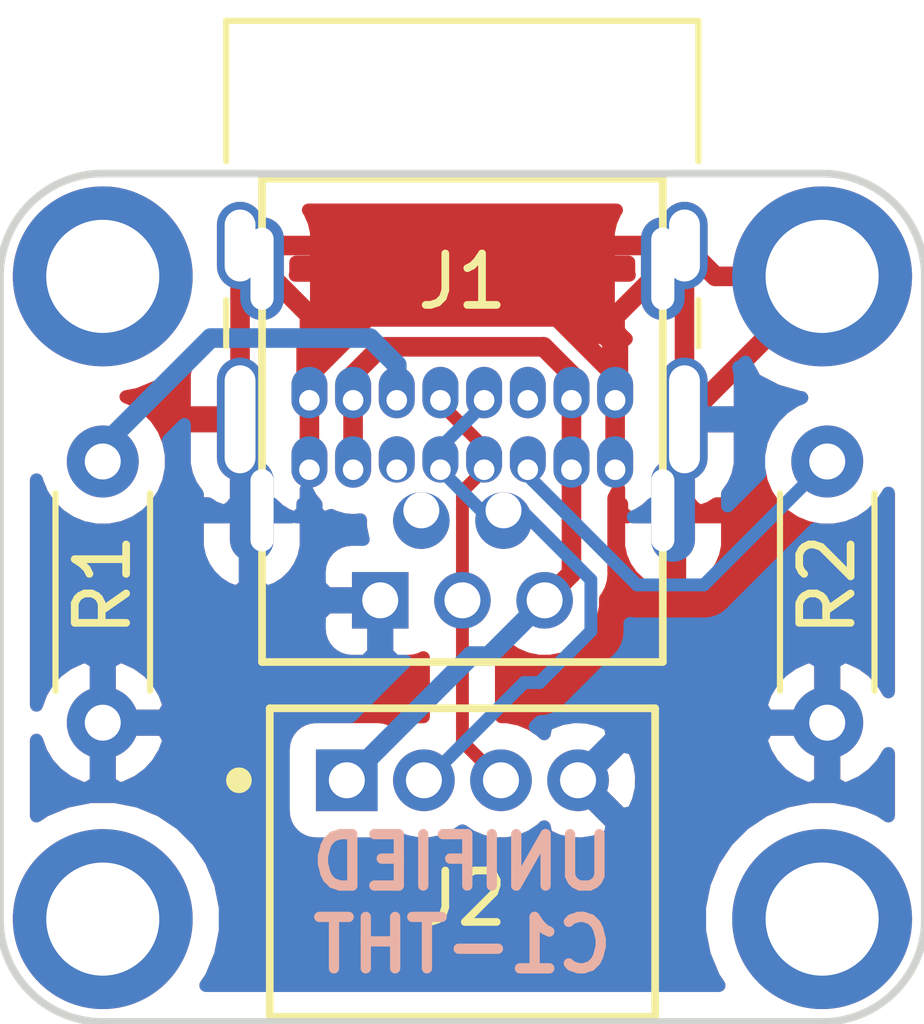
<source format=kicad_pcb>
(kicad_pcb (version 20171130) (host pcbnew "(5.1.10-1-10_14)")

  (general
    (thickness 1.6)
    (drawings 20)
    (tracks 61)
    (zones 0)
    (modules 8)
    (nets 7)
  )

  (page A4)
  (layers
    (0 F.Cu signal)
    (31 B.Cu signal)
    (32 B.Adhes user)
    (33 F.Adhes user)
    (34 B.Paste user)
    (35 F.Paste user)
    (36 B.SilkS user)
    (37 F.SilkS user)
    (38 B.Mask user)
    (39 F.Mask user)
    (40 Dwgs.User user hide)
    (41 Cmts.User user)
    (42 Eco1.User user)
    (43 Eco2.User user)
    (44 Edge.Cuts user hide)
    (45 Margin user)
    (46 B.CrtYd user)
    (47 F.CrtYd user)
    (48 B.Fab user)
    (49 F.Fab user hide)
  )

  (setup
    (last_trace_width 0.381)
    (user_trace_width 0.25)
    (user_trace_width 0.381)
    (trace_clearance 0.2)
    (zone_clearance 0.508)
    (zone_45_only no)
    (trace_min 0.2)
    (via_size 0.8)
    (via_drill 0.4)
    (via_min_size 0.4)
    (via_min_drill 0.3)
    (uvia_size 0.3)
    (uvia_drill 0.1)
    (uvias_allowed no)
    (uvia_min_size 0.2)
    (uvia_min_drill 0.1)
    (edge_width 0.15)
    (segment_width 0.0001)
    (pcb_text_width 0.3)
    (pcb_text_size 1.5 1.5)
    (mod_edge_width 0.15)
    (mod_text_size 1 1)
    (mod_text_width 0.15)
    (pad_size 1.2 1.2)
    (pad_drill 0.7)
    (pad_to_mask_clearance 0.051)
    (solder_mask_min_width 0.25)
    (aux_axis_origin 0 0)
    (visible_elements 7FFFFFFF)
    (pcbplotparams
      (layerselection 0x010fc_ffffffff)
      (usegerberextensions true)
      (usegerberattributes false)
      (usegerberadvancedattributes false)
      (creategerberjobfile false)
      (excludeedgelayer true)
      (linewidth 0.100000)
      (plotframeref false)
      (viasonmask false)
      (mode 1)
      (useauxorigin false)
      (hpglpennumber 1)
      (hpglpenspeed 20)
      (hpglpendiameter 15.000000)
      (psnegative false)
      (psa4output false)
      (plotreference true)
      (plotvalue true)
      (plotinvisibletext false)
      (padsonsilk false)
      (subtractmaskfromsilk true)
      (outputformat 1)
      (mirror false)
      (drillshape 0)
      (scaleselection 1)
      (outputdirectory "Position"))
  )

  (net 0 "")
  (net 1 GND)
  (net 2 D+)
  (net 3 VCC)
  (net 4 D-)
  (net 5 "Net-(J1-PadB5)")
  (net 6 "Net-(J1-PadA5)")

  (net_class Default "This is the default net class."
    (clearance 0.2)
    (trace_width 0.25)
    (via_dia 0.8)
    (via_drill 0.4)
    (uvia_dia 0.3)
    (uvia_drill 0.1)
  )

  (net_class Power ""
    (clearance 0.2)
    (trace_width 0.381)
    (via_dia 0.8)
    (via_drill 0.4)
    (uvia_dia 0.3)
    (uvia_drill 0.1)
    (add_net D+)
    (add_net D-)
    (add_net GND)
    (add_net "Net-(J1-PadA5)")
    (add_net "Net-(J1-PadB5)")
    (add_net "Net-(MH1-Pad1)")
    (add_net "Net-(MH3-Pad1)")
    (add_net "Net-(MH4-Pad1)")
    (add_net VCC)
  )

  (module UnifiedDaughterboard:USB_Hybrid (layer F.Cu) (tedit 6169C055) (tstamp 6169BCE4)
    (at 159.972 104.56 180)
    (descr "USB 2.0 Type C Receptacle, https://gct.co/Files/Drawings/USB4085.pdf")
    (tags "USB Type-C Receptacle Through-hole Right angle")
    (path /5C91AF59)
    (fp_text reference J1 (at 2.972 3.66) (layer F.SilkS)
      (effects (font (size 1 1) (thickness 0.15)))
    )
    (fp_text value HRO-TYPE-C-31-M-12 (at 0 1.15 180) (layer Dwgs.User) hide
      (effects (font (size 1 1) (thickness 0.15)))
    )
    (fp_text user %R (at 0 -9.25 180) (layer F.Fab)
      (effects (font (size 1 1) (thickness 0.15)))
    )
    (fp_text user "PCB Edge" (at 2.975 6.1) (layer Dwgs.User)
      (effects (font (size 0.5 0.5) (thickness 0.1)))
    )
    (fp_line (start -1.5 -0.56) (end 7.45 -0.56) (layer F.Fab) (width 0.1))
    (fp_line (start -1.5 8.61) (end 7.45 8.61) (layer F.Fab) (width 0.1))
    (fp_line (start -1.62 8.73) (end 7.57 8.73) (layer F.SilkS) (width 0.12))
    (fp_line (start -1.5 -0.56) (end -1.5 8.61) (layer F.Fab) (width 0.1))
    (fp_line (start 7.45 -0.56) (end 7.45 8.61) (layer F.Fab) (width 0.1))
    (fp_line (start 7.57 6) (end 7.57 8.73) (layer F.SilkS) (width 0.12))
    (fp_line (start -1.62 6) (end -1.62 8.73) (layer F.SilkS) (width 0.12))
    (fp_line (start 7.57 2.4) (end 7.57 3.3) (layer F.SilkS) (width 0.12))
    (fp_line (start -1.62 2.4) (end -1.62 3.3) (layer F.SilkS) (width 0.12))
    (fp_line (start -2.3 -2.032) (end -2.3 9.11) (layer F.CrtYd) (width 0.05))
    (fp_line (start -2.3 9.11) (end 8.25 9.11) (layer F.CrtYd) (width 0.05))
    (fp_line (start -2.3 -2.032) (end -1.428 -2.032) (layer F.CrtYd) (width 0.05))
    (fp_line (start 8.25 -2.032) (end 8.25 9.11) (layer F.CrtYd) (width 0.05))
    (fp_line (start -0.025 6.1) (end 5.975 6.1) (layer F.Fab) (width 0.1))
    (fp_line (start -0.928 -3.74) (end -0.928 5.66) (layer F.SilkS) (width 0.15))
    (fp_line (start 5.272 -3.44) (end 4.572 -2.74) (layer F.Fab) (width 0.15))
    (fp_line (start 4.572 -2.74) (end 3.872 -3.44) (layer F.Fab) (width 0.15))
    (fp_line (start 7.372 -2.032) (end 8.25 -2.032) (layer F.CrtYd) (width 0.05))
    (fp_line (start 6.872 5.66) (end -0.928 5.66) (layer F.SilkS) (width 0.15))
    (fp_line (start 6.572 -3.44) (end 6.572 5.36) (layer F.Fab) (width 0.15))
    (fp_line (start -0.628 5.36) (end -0.628 -3.44) (layer F.Fab) (width 0.15))
    (fp_line (start -0.628 5.36) (end 6.572 5.36) (layer F.Fab) (width 0.15))
    (fp_line (start 3.872 -3.44) (end -0.628 -3.44) (layer F.Fab) (width 0.15))
    (fp_line (start 6.872 -3.74) (end -0.928 -3.74) (layer F.SilkS) (width 0.15))
    (fp_line (start 6.572 -3.44) (end 5.272 -3.44) (layer F.Fab) (width 0.15))
    (fp_line (start 7.372 -4.04) (end -1.428 -4.04) (layer F.CrtYd) (width 0.05))
    (fp_line (start -1.428 -4.04) (end -1.428 -2.032) (layer F.CrtYd) (width 0.05))
    (fp_line (start 7.372 -2.032) (end 7.372 -4.04) (layer F.CrtYd) (width 0.05))
    (fp_line (start 6.872 5.66) (end 6.872 -3.74) (layer F.SilkS) (width 0.15))
    (pad A6 thru_hole circle (at 2.972 -2.54) (size 1.1 1.1) (drill 0.7) (layers *.Cu *.Mask)
      (net 2 D+))
    (pad "" thru_hole oval (at 3.772 -0.79) (size 1.1 1.1) (drill 0.7 (offset 0 0.2)) (layers *.Cu *.Mask)
      (clearance 0.14))
    (pad A4 thru_hole circle (at 1.372 -2.54) (size 1.1 1.1) (drill 0.7) (layers *.Cu *.Mask)
      (net 3 VCC))
    (pad A1 thru_hole rect (at 4.572 -2.54) (size 1.1 1.1) (drill 0.7) (layers *.Cu *.Mask)
      (net 1 GND))
    (pad S1 thru_hole oval (at 6.872 -0.79) (size 0.85 2) (drill oval 0.45 1.6 (offset -0.2 0)) (layers *.Cu *.Mask)
      (net 1 GND))
    (pad A7 thru_hole oval (at 2.172 -0.79) (size 1.1 1.1) (drill 0.7 (offset 0 0.2)) (layers *.Cu *.Mask)
      (net 4 D-) (clearance 0.14) (zone_connect 0))
    (pad S1 thru_hole oval (at -0.928 3.91) (size 0.85 2) (drill oval 0.45 1.6) (layers *.Cu *.Mask)
      (net 1 GND))
    (pad S1 thru_hole oval (at 6.872 3.91) (size 0.85 2) (drill oval 0.45 1.6) (layers *.Cu *.Mask)
      (net 1 GND))
    (pad S1 thru_hole oval (at -0.928 -0.79) (size 0.85 2) (drill oval 0.45 1.6 (offset 0.2 0)) (layers *.Cu *.Mask)
      (net 1 GND))
    (pad S1 thru_hole oval (at 7.3 4.36 180) (size 0.9 1.7) (drill oval 0.6 1.4) (layers *.Cu *.Mask)
      (net 1 GND))
    (pad S1 thru_hole oval (at -1.35 4.36 180) (size 0.9 1.7) (drill oval 0.6 1.4) (layers *.Cu *.Mask)
      (net 1 GND))
    (pad S1 thru_hole oval (at 7.3 0.98 180) (size 0.9 2.4) (drill oval 0.6 2.1) (layers *.Cu *.Mask)
      (net 1 GND))
    (pad S1 thru_hole oval (at -1.35 0.98 180) (size 0.9 2.4) (drill oval 0.6 2.1) (layers *.Cu *.Mask)
      (net 1 GND))
    (pad B6 thru_hole oval (at 3.4 1.35 180) (size 0.7 1) (drill 0.4 (offset 0 0.15)) (layers *.Cu *.Mask)
      (net 2 D+) (clearance 0.07))
    (pad B1 thru_hole oval (at 5.95 1.35 180) (size 0.7 1) (drill 0.4 (offset 0 0.15)) (layers *.Cu *.Mask)
      (net 1 GND) (clearance 0.07))
    (pad B4 thru_hole oval (at 5.1 1.35 180) (size 0.7 1) (drill 0.4 (offset 0 0.15)) (layers *.Cu *.Mask)
      (net 3 VCC) (clearance 0.07))
    (pad B5 thru_hole oval (at 4.25 1.35 180) (size 0.7 1) (drill 0.4 (offset 0 0.15)) (layers *.Cu *.Mask)
      (net 5 "Net-(J1-PadB5)") (clearance 0.07))
    (pad B12 thru_hole oval (at 0 1.35 180) (size 0.7 1) (drill 0.4 (offset 0 0.15)) (layers *.Cu *.Mask)
      (net 1 GND) (clearance 0.07))
    (pad B8 thru_hole oval (at 1.7 1.35 180) (size 0.7 1) (drill 0.4 (offset 0 0.15)) (layers *.Cu *.Mask)
      (clearance 0.07))
    (pad B7 thru_hole oval (at 2.55 1.35 180) (size 0.7 1) (drill 0.4 (offset 0 0.15)) (layers *.Cu *.Mask)
      (net 4 D-) (clearance 0.07))
    (pad B9 thru_hole oval (at 0.85 1.35 180) (size 0.7 1) (drill 0.4 (offset 0 0.15)) (layers *.Cu *.Mask)
      (net 3 VCC) (clearance 0.07))
    (pad A12 thru_hole oval (at 5.95 0 180) (size 0.7 1) (drill 0.4 (offset 0 0.15)) (layers *.Cu *.Mask)
      (net 1 GND) (clearance 0.07))
    (pad A9 thru_hole oval (at 5.1 0 180) (size 0.7 1) (drill 0.4 (offset 0 0.15)) (layers *.Cu *.Mask)
      (net 3 VCC) (clearance 0.07))
    (pad A8 thru_hole oval (at 4.25 0 180) (size 0.7 0.9) (drill 0.4 (offset 0 0.2)) (layers *.Cu *.Mask)
      (clearance 0.07))
    (pad A7 thru_hole oval (at 3.4 0 180) (size 0.7 0.9) (drill 0.4 (offset 0 0.2)) (layers *.Cu *.Mask)
      (net 4 D-) (clearance 0.07))
    (pad A6 thru_hole oval (at 2.55 0 180) (size 0.7 0.9) (drill 0.4 (offset 0 0.2)) (layers *.Cu *.Mask)
      (net 2 D+) (clearance 0.07))
    (pad A5 thru_hole oval (at 1.7 0 180) (size 0.7 0.9) (drill 0.4 (offset 0 0.2)) (layers *.Cu *.Mask)
      (net 6 "Net-(J1-PadA5)") (clearance 0.07))
    (pad A4 thru_hole oval (at 0.85 0 180) (size 0.7 1) (drill 0.4 (offset 0 0.15)) (layers *.Cu *.Mask)
      (net 3 VCC) (clearance 0.07))
    (pad A1 thru_hole oval (at 0 0 180) (size 0.7 1) (drill 0.4 (offset 0 0.15)) (layers *.Cu *.Mask)
      (net 1 GND) (clearance 0.07))
    (model ${KISYS3DMOD}/Connector_USB.3dshapes/USB_C_Receptacle_GCT_USB4085.wrl
      (at (xyz 0 0 0))
      (scale (xyz 1 1 1))
      (rotate (xyz 0 0 0))
    )
  )

  (module UnifiedDaughterboard:JST-S4B-ZRLFSN-0-0-MFG (layer F.Cu) (tedit 6169C365) (tstamp 6145542D)
    (at 157 112.2)
    (path /5C91AFCB)
    (fp_text reference J2 (at 0 0.7) (layer F.SilkS)
      (effects (font (size 1 1) (thickness 0.15)))
    )
    (fp_text value Conn_01x04 (at 3.75 2.7) (layer F.Fab)
      (effects (font (size 1 1) (thickness 0.15)))
    )
    (fp_line (start -3.75 3) (end -3.75 -3) (layer F.Fab) (width 0.15))
    (fp_line (start -3.75 -3) (end 3.75 -3) (layer F.Fab) (width 0.15))
    (fp_line (start 3.75 -3) (end 3.75 3) (layer F.Fab) (width 0.15))
    (fp_line (start 3.75 3) (end -3.75 3) (layer F.Fab) (width 0.15))
    (fp_line (start 3.775 -3.025) (end 3.775 -3.025) (layer F.CrtYd) (width 0.15))
    (fp_line (start 3.775 -3.025) (end -3.775 -3.025) (layer F.CrtYd) (width 0.15))
    (fp_line (start -3.775 -3.025) (end -3.775 3.025) (layer F.CrtYd) (width 0.15))
    (fp_line (start -3.775 3.025) (end 3.775 3.025) (layer F.CrtYd) (width 0.15))
    (fp_line (start 3.775 3.025) (end 3.775 -3.025) (layer F.CrtYd) (width 0.15))
    (fp_line (start -3.75 -3) (end 3.75 -3) (layer F.SilkS) (width 0.15))
    (fp_line (start 3.75 3) (end 3.75 -3) (layer F.SilkS) (width 0.15))
    (fp_line (start -3.75 3) (end 3.75 3) (layer F.SilkS) (width 0.15))
    (fp_line (start -3.75 3) (end -3.75 -3) (layer F.SilkS) (width 0.15))
    (fp_circle (center -4.35 -1.6) (end -4.225 -1.6) (layer F.SilkS) (width 0.25))
    (fp_text user %R (at 3.75 -2.6) (layer F.Fab)
      (effects (font (size 1 1) (thickness 0.15)))
    )
    (pad 4 thru_hole circle (at 2.25 -1.6) (size 1.2 1.2) (drill 0.7) (layers *.Cu *.Mask)
      (net 1 GND))
    (pad 3 thru_hole circle (at 0.75 -1.6) (size 1.2 1.2) (drill 0.7) (layers *.Cu *.Mask)
      (net 2 D+))
    (pad 2 thru_hole circle (at -0.75 -1.6) (size 1.2 1.2) (drill 0.7) (layers *.Cu *.Mask)
      (net 4 D-))
    (pad 1 thru_hole rect (at -2.25 -1.6) (size 1.2 1.2) (drill 0.7) (layers *.Cu *.Mask)
      (net 3 VCC))
  )

  (module Resistor_THT:R_Axial_DIN0204_L3.6mm_D1.6mm_P5.08mm_Horizontal (layer F.Cu) (tedit 5AE5139B) (tstamp 614566E1)
    (at 150 104.4 270)
    (descr "Resistor, Axial_DIN0204 series, Axial, Horizontal, pin pitch=5.08mm, 0.167W, length*diameter=3.6*1.6mm^2, http://cdn-reichelt.de/documents/datenblatt/B400/1_4W%23YAG.pdf")
    (tags "Resistor Axial_DIN0204 series Axial Horizontal pin pitch 5.08mm 0.167W length 3.6mm diameter 1.6mm")
    (path /5C91B042)
    (fp_text reference R1 (at 2.4 0 90) (layer F.SilkS)
      (effects (font (size 1 1) (thickness 0.15)))
    )
    (fp_text value 5.1k (at 0 1.5 270) (layer F.Fab)
      (effects (font (size 1 1) (thickness 0.15)))
    )
    (fp_line (start 0.74 -0.8) (end 0.74 0.8) (layer F.Fab) (width 0.1))
    (fp_line (start 0.74 0.8) (end 4.34 0.8) (layer F.Fab) (width 0.1))
    (fp_line (start 4.34 0.8) (end 4.34 -0.8) (layer F.Fab) (width 0.1))
    (fp_line (start 4.34 -0.8) (end 0.74 -0.8) (layer F.Fab) (width 0.1))
    (fp_line (start 0 0) (end 0.74 0) (layer F.Fab) (width 0.1))
    (fp_line (start 5.08 0) (end 4.34 0) (layer F.Fab) (width 0.1))
    (fp_line (start 0.62 -0.92) (end 4.46 -0.92) (layer F.SilkS) (width 0.12))
    (fp_line (start 0.62 0.92) (end 4.46 0.92) (layer F.SilkS) (width 0.12))
    (fp_line (start -0.95 -1.05) (end -0.95 1.05) (layer F.CrtYd) (width 0.05))
    (fp_line (start -0.95 1.05) (end 6.03 1.05) (layer F.CrtYd) (width 0.05))
    (fp_line (start 6.03 1.05) (end 6.03 -1.05) (layer F.CrtYd) (width 0.05))
    (fp_line (start 6.03 -1.05) (end -0.95 -1.05) (layer F.CrtYd) (width 0.05))
    (fp_text user %R (at 0 0 270) (layer F.Fab)
      (effects (font (size 0.4 0.4) (thickness 0.075)))
    )
    (pad 2 thru_hole oval (at 5.08 0 270) (size 1.4 1.4) (drill 0.7) (layers *.Cu *.Mask)
      (net 1 GND))
    (pad 1 thru_hole circle (at 0 0 270) (size 1.4 1.4) (drill 0.7) (layers *.Cu *.Mask)
      (net 5 "Net-(J1-PadB5)"))
    (model ${KISYS3DMOD}/Resistor_THT.3dshapes/R_Axial_DIN0204_L3.6mm_D1.6mm_P5.08mm_Horizontal.wrl
      (at (xyz 0 0 0))
      (scale (xyz 1 1 1))
      (rotate (xyz 0 0 0))
    )
  )

  (module Resistor_THT:R_Axial_DIN0204_L3.6mm_D1.6mm_P5.08mm_Horizontal (layer F.Cu) (tedit 5AE5139B) (tstamp 5C91B372)
    (at 164.1 104.4 270)
    (descr "Resistor, Axial_DIN0204 series, Axial, Horizontal, pin pitch=5.08mm, 0.167W, length*diameter=3.6*1.6mm^2, http://cdn-reichelt.de/documents/datenblatt/B400/1_4W%23YAG.pdf")
    (tags "Resistor Axial_DIN0204 series Axial Horizontal pin pitch 5.08mm 0.167W length 3.6mm diameter 1.6mm")
    (path /5C91B0D9)
    (fp_text reference R2 (at 2.4 0 270) (layer F.SilkS)
      (effects (font (size 1 1) (thickness 0.15)))
    )
    (fp_text value 5.1k (at 0 1.5 270) (layer F.Fab)
      (effects (font (size 1 1) (thickness 0.15)))
    )
    (fp_line (start 0.74 -0.8) (end 0.74 0.8) (layer F.Fab) (width 0.1))
    (fp_line (start 0.74 0.8) (end 4.34 0.8) (layer F.Fab) (width 0.1))
    (fp_line (start 4.34 0.8) (end 4.34 -0.8) (layer F.Fab) (width 0.1))
    (fp_line (start 4.34 -0.8) (end 0.74 -0.8) (layer F.Fab) (width 0.1))
    (fp_line (start 0 0) (end 0.74 0) (layer F.Fab) (width 0.1))
    (fp_line (start 5.08 0) (end 4.34 0) (layer F.Fab) (width 0.1))
    (fp_line (start 0.62 -0.92) (end 4.46 -0.92) (layer F.SilkS) (width 0.12))
    (fp_line (start 0.62 0.92) (end 4.46 0.92) (layer F.SilkS) (width 0.12))
    (fp_line (start -0.95 -1.05) (end -0.95 1.05) (layer F.CrtYd) (width 0.05))
    (fp_line (start -0.95 1.05) (end 6.03 1.05) (layer F.CrtYd) (width 0.05))
    (fp_line (start 6.03 1.05) (end 6.03 -1.05) (layer F.CrtYd) (width 0.05))
    (fp_line (start 6.03 -1.05) (end -0.95 -1.05) (layer F.CrtYd) (width 0.05))
    (fp_text user %R (at 0 0 270) (layer F.Fab)
      (effects (font (size 0.4 0.4) (thickness 0.075)))
    )
    (pad 2 thru_hole oval (at 5.08 0 270) (size 1.4 1.4) (drill 0.7) (layers *.Cu *.Mask)
      (net 1 GND))
    (pad 1 thru_hole circle (at 0 0 270) (size 1.4 1.4) (drill 0.7) (layers *.Cu *.Mask)
      (net 6 "Net-(J1-PadA5)"))
    (model ${KISYS3DMOD}/Resistor_THT.3dshapes/R_Axial_DIN0204_L3.6mm_D1.6mm_P5.08mm_Horizontal.wrl
      (at (xyz 0 0 0))
      (scale (xyz 1 1 1))
      (rotate (xyz 0 0 0))
    )
  )

  (module random-keyboard-parts:Generic-Mounthole (layer F.Cu) (tedit 61439018) (tstamp 5C91B6FC)
    (at 150 100.8)
    (path /5C91EC0E)
    (attr virtual)
    (fp_text reference MH1 (at 0 2) (layer Dwgs.User)
      (effects (font (size 1 1) (thickness 0.15)))
    )
    (fp_text value Mount-M2 (at 0 -2) (layer Dwgs.User) hide
      (effects (font (size 1 1) (thickness 0.15)))
    )
    (pad 1 thru_hole circle (at 0 0) (size 3.5 3.5) (drill 2.2) (layers *.Cu *.Mask))
  )

  (module random-keyboard-parts:Generic-Mounthole (layer F.Cu) (tedit 5C91B17B) (tstamp 5C91B700)
    (at 164 100.8)
    (path /5C91EC94)
    (attr virtual)
    (fp_text reference MH2 (at 0 2) (layer Dwgs.User)
      (effects (font (size 1 1) (thickness 0.15)))
    )
    (fp_text value Mount-M2 (at 0 -2) (layer Dwgs.User) hide
      (effects (font (size 1 1) (thickness 0.15)))
    )
    (pad 1 thru_hole circle (at 0 0) (size 3.5 3.5) (drill 2.2) (layers *.Cu *.Mask)
      (net 1 GND))
  )

  (module random-keyboard-parts:Generic-Mounthole (layer F.Cu) (tedit 61439022) (tstamp 5C91B704)
    (at 150 113.3)
    (path /5C91ECC0)
    (attr virtual)
    (fp_text reference MH3 (at 0 2) (layer Dwgs.User)
      (effects (font (size 1 1) (thickness 0.15)))
    )
    (fp_text value Mount-M2 (at 0 -2) (layer Dwgs.User) hide
      (effects (font (size 1 1) (thickness 0.15)))
    )
    (pad 1 thru_hole circle (at 0 0) (size 3.5 3.5) (drill 2.2) (layers *.Cu *.Mask))
  )

  (module random-keyboard-parts:Generic-Mounthole (layer F.Cu) (tedit 61439029) (tstamp 5C91B708)
    (at 164 113.3)
    (path /5C91ECE4)
    (attr virtual)
    (fp_text reference MH4 (at 0 2) (layer Dwgs.User)
      (effects (font (size 1 1) (thickness 0.15)))
    )
    (fp_text value Mount-M2 (at 0 -2) (layer Dwgs.User) hide
      (effects (font (size 1 1) (thickness 0.15)))
    )
    (pad 1 thru_hole circle (at 0 0) (size 3.5 3.5) (drill 2.2) (layers *.Cu *.Mask))
  )

  (gr_line (start 159 109.3) (end 159 110.8) (layer F.CrtYd) (width 0.05))
  (gr_line (start 155 109.3) (end 159 109.3) (layer F.CrtYd) (width 0.05))
  (gr_line (start 155 110.8) (end 155 109.3) (layer F.CrtYd) (width 0.05))
  (gr_line (start 154 114.8) (end 154 110.8) (layer F.CrtYd) (width 0.05) (tstamp 5D66894A))
  (gr_line (start 160 114.8) (end 154 114.8) (layer F.CrtYd) (width 0.05))
  (gr_line (start 160 110.8) (end 160 114.8) (layer F.CrtYd) (width 0.05))
  (gr_line (start 154 110.8) (end 160 110.8) (layer F.CrtYd) (width 0.05))
  (gr_text "UNIFIED\nC1-THT" (at 157 113) (layer B.SilkS) (tstamp 61455759)
    (effects (font (size 1 1) (thickness 0.2)) (justify mirror))
  )
  (dimension 14 (width 0.3) (layer Dwgs.User)
    (gr_text "14.000 mm" (at 157 89.200001) (layer Dwgs.User)
      (effects (font (size 1.5 1.5) (thickness 0.3)))
    )
    (feature1 (pts (xy 150 98.8) (xy 150 90.71358)))
    (feature2 (pts (xy 164 98.8) (xy 164 90.71358)))
    (crossbar (pts (xy 164 91.300001) (xy 150 91.300001)))
    (arrow1a (pts (xy 150 91.300001) (xy 151.126504 90.71358)))
    (arrow1b (pts (xy 150 91.300001) (xy 151.126504 91.886422)))
    (arrow2a (pts (xy 164 91.300001) (xy 162.873496 90.71358)))
    (arrow2b (pts (xy 164 91.300001) (xy 162.873496 91.886422)))
  )
  (dimension 12.5 (width 0.3) (layer Dwgs.User)
    (gr_text "12.500 mm" (at 178.6 107.05 270) (layer Dwgs.User)
      (effects (font (size 1.5 1.5) (thickness 0.3)))
    )
    (feature1 (pts (xy 166 113.3) (xy 177.086421 113.3)))
    (feature2 (pts (xy 166 100.8) (xy 177.086421 100.8)))
    (crossbar (pts (xy 176.5 100.8) (xy 176.5 113.3)))
    (arrow1a (pts (xy 176.5 113.3) (xy 175.913579 112.173496)))
    (arrow1b (pts (xy 176.5 113.3) (xy 177.086421 112.173496)))
    (arrow2a (pts (xy 176.5 100.8) (xy 175.913579 101.926504)))
    (arrow2b (pts (xy 176.5 100.8) (xy 177.086421 101.926504)))
  )
  (gr_arc (start 164 113.3) (end 164 115.3) (angle -90) (layer Edge.Cuts) (width 0.15))
  (gr_arc (start 150 113.3) (end 148 113.3) (angle -90) (layer Edge.Cuts) (width 0.15))
  (gr_line (start 148 113.3) (end 148 100.8) (layer Edge.Cuts) (width 0.15))
  (gr_line (start 164 115.3) (end 150 115.3) (layer Edge.Cuts) (width 0.15))
  (gr_line (start 166 100.8) (end 166 113.3) (layer Edge.Cuts) (width 0.15))
  (gr_line (start 150 98.8) (end 164 98.8) (layer Edge.Cuts) (width 0.15))
  (gr_arc (start 150 100.8) (end 150 98.8) (angle -90) (layer Edge.Cuts) (width 0.15))
  (gr_arc (start 164 100.8) (end 166 100.8) (angle -90) (layer Edge.Cuts) (width 0.15))
  (dimension 16.5 (width 0.3) (layer Dwgs.User)
    (gr_text "16.500 mm" (at 182.6 107.05 270) (layer Dwgs.User)
      (effects (font (size 1.5 1.5) (thickness 0.3)))
    )
    (feature1 (pts (xy 166 115.3) (xy 181.086421 115.3)))
    (feature2 (pts (xy 166 98.8) (xy 181.086421 98.8)))
    (crossbar (pts (xy 180.5 98.8) (xy 180.5 115.3)))
    (arrow1a (pts (xy 180.5 115.3) (xy 179.913579 114.173496)))
    (arrow1b (pts (xy 180.5 115.3) (xy 181.086421 114.173496)))
    (arrow2a (pts (xy 180.5 98.8) (xy 179.913579 99.926504)))
    (arrow2b (pts (xy 180.5 98.8) (xy 181.086421 99.926504)))
  )
  (dimension 18 (width 0.3) (layer Dwgs.User)
    (gr_text "18.000 mm" (at 157 82.7) (layer Dwgs.User)
      (effects (font (size 1.5 1.5) (thickness 0.3)))
    )
    (feature1 (pts (xy 166 98.8) (xy 166 84.213579)))
    (feature2 (pts (xy 148 98.8) (xy 148 84.213579)))
    (crossbar (pts (xy 148 84.8) (xy 166 84.8)))
    (arrow1a (pts (xy 166 84.8) (xy 164.873496 85.386421)))
    (arrow1b (pts (xy 166 84.8) (xy 164.873496 84.213579)))
    (arrow2a (pts (xy 148 84.8) (xy 149.126504 85.386421)))
    (arrow2b (pts (xy 148 84.8) (xy 149.126504 84.213579)))
  )

  (segment (start 156.57 104.335) (end 156.57 104.57) (width 0.25) (layer B.Cu) (net 4))
  (segment (start 156.575 105.425) (end 156.575 105.66) (width 0.25) (layer F.Cu) (net 0))
  (segment (start 159.972 104.56) (end 159.972 103.21) (width 0.381) (layer F.Cu) (net 1))
  (segment (start 154.022 104.56) (end 154.022 103.21) (width 0.381) (layer F.Cu) (net 1))
  (segment (start 154.022 102.712761) (end 154.022 103.21) (width 0.381) (layer F.Cu) (net 1))
  (segment (start 155.14628 101.588481) (end 154.022 102.712761) (width 0.381) (layer F.Cu) (net 1))
  (segment (start 159.972 102.712761) (end 158.84772 101.588481) (width 0.381) (layer F.Cu) (net 1))
  (segment (start 158.84772 101.588481) (end 155.14628 101.588481) (width 0.381) (layer F.Cu) (net 1))
  (segment (start 159.972 103.21) (end 159.972 102.712761) (width 0.381) (layer F.Cu) (net 1))
  (segment (start 154.022 101.55) (end 152.672 100.2) (width 0.381) (layer F.Cu) (net 1))
  (segment (start 154.022 103.21) (end 154.022 101.55) (width 0.381) (layer F.Cu) (net 1))
  (segment (start 159.972 101.578) (end 160.9 100.65) (width 0.381) (layer F.Cu) (net 1))
  (segment (start 159.972 103.21) (end 159.972 101.578) (width 0.381) (layer F.Cu) (net 1))
  (segment (start 152.672 100.2) (end 161.322 100.2) (width 0.381) (layer F.Cu) (net 1))
  (segment (start 161.322 100.2) (end 161.322 103.58) (width 0.381) (layer F.Cu) (net 1))
  (segment (start 152.672 103.58) (end 152.672 100.2) (width 0.381) (layer F.Cu) (net 1))
  (segment (start 164 100.902) (end 161.322 103.58) (width 0.381) (layer F.Cu) (net 1))
  (segment (start 164 100.8) (end 164 100.902) (width 0.381) (layer F.Cu) (net 1))
  (segment (start 161.922 100.8) (end 161.322 100.2) (width 0.381) (layer F.Cu) (net 1))
  (segment (start 164 100.8) (end 161.922 100.8) (width 0.381) (layer F.Cu) (net 1))
  (segment (start 157.42 104.335) (end 157.42 104.58) (width 0.25) (layer F.Cu) (net 2))
  (segment (start 157 109.85) (end 157.75 110.6) (width 0.25) (layer F.Cu) (net 2))
  (segment (start 157 107.1) (end 157 109.85) (width 0.25) (layer F.Cu) (net 2))
  (segment (start 157 104.982) (end 157.422 104.56) (width 0.25) (layer F.Cu) (net 2))
  (segment (start 157 107.1) (end 157 104.982) (width 0.25) (layer F.Cu) (net 2))
  (segment (start 157.422 104.122) (end 156.572 103.272) (width 0.25) (layer F.Cu) (net 2))
  (segment (start 156.572 103.272) (end 156.572 103.21) (width 0.25) (layer F.Cu) (net 2))
  (segment (start 157.422 104.56) (end 157.422 104.122) (width 0.25) (layer F.Cu) (net 2))
  (segment (start 159.122 106.578) (end 159.122 104.56) (width 0.381) (layer F.Cu) (net 3))
  (segment (start 158.6 107.1) (end 159.122 106.578) (width 0.381) (layer F.Cu) (net 3))
  (segment (start 159.122 104.56) (end 159.122 103.21) (width 0.381) (layer F.Cu) (net 3))
  (segment (start 154.872 102.712761) (end 154.872 103.21) (width 0.381) (layer F.Cu) (net 3))
  (segment (start 155.415271 102.16949) (end 154.872 102.712761) (width 0.381) (layer F.Cu) (net 3))
  (segment (start 158.578729 102.16949) (end 155.415271 102.16949) (width 0.381) (layer F.Cu) (net 3))
  (segment (start 159.122 102.712761) (end 158.578729 102.16949) (width 0.381) (layer F.Cu) (net 3))
  (segment (start 159.122 103.21) (end 159.122 102.712761) (width 0.381) (layer F.Cu) (net 3))
  (segment (start 154.872 103.21) (end 154.872 104.56) (width 0.381) (layer F.Cu) (net 3))
  (segment (start 157.515509 108.184491) (end 158.6 107.1) (width 0.381) (layer B.Cu) (net 3))
  (segment (start 157.165509 108.184491) (end 157.515509 108.184491) (width 0.381) (layer B.Cu) (net 3))
  (segment (start 154.75 110.6) (end 157.165509 108.184491) (width 0.381) (layer B.Cu) (net 3))
  (segment (start 157.362 105.35) (end 156.572 104.56) (width 0.25) (layer B.Cu) (net 4))
  (segment (start 157.8 105.35) (end 157.362 105.35) (width 0.25) (layer B.Cu) (net 4))
  (segment (start 156.572 104.128) (end 157.422 103.278) (width 0.25) (layer B.Cu) (net 4))
  (segment (start 157.422 103.278) (end 157.422 103.21) (width 0.25) (layer B.Cu) (net 4))
  (segment (start 156.572 104.56) (end 156.572 104.128) (width 0.25) (layer B.Cu) (net 4))
  (segment (start 158.15 105.35) (end 157.8 105.35) (width 0.25) (layer B.Cu) (net 4))
  (segment (start 159.5 106.7) (end 158.15 105.35) (width 0.25) (layer B.Cu) (net 4))
  (segment (start 158.5 108.7) (end 159.5 107.7) (width 0.25) (layer B.Cu) (net 4))
  (segment (start 159.5 107.7) (end 159.5 106.7) (width 0.25) (layer B.Cu) (net 4))
  (segment (start 158.2 108.7) (end 158.5 108.7) (width 0.25) (layer B.Cu) (net 4))
  (segment (start 156.3 110.6) (end 158.2 108.7) (width 0.25) (layer B.Cu) (net 4))
  (segment (start 156.25 110.6) (end 156.3 110.6) (width 0.25) (layer B.Cu) (net 4))
  (segment (start 155.722 103.21) (end 155.722 102.522) (width 0.381) (layer B.Cu) (net 5))
  (segment (start 155.722 102.522) (end 155.2 102) (width 0.381) (layer B.Cu) (net 5))
  (segment (start 155.2 102) (end 152.1 102) (width 0.381) (layer B.Cu) (net 5))
  (segment (start 150 104.1) (end 150 104.4) (width 0.381) (layer B.Cu) (net 5))
  (segment (start 152.1 102) (end 150 104.1) (width 0.381) (layer B.Cu) (net 5))
  (segment (start 158.272 104.56) (end 158.272 104.672) (width 0.25) (layer B.Cu) (net 6))
  (segment (start 158.272 104.672) (end 160.4 106.8) (width 0.25) (layer B.Cu) (net 6))
  (segment (start 161.7 106.8) (end 164.1 104.4) (width 0.25) (layer B.Cu) (net 6))
  (segment (start 160.4 106.8) (end 161.7 106.8) (width 0.25) (layer B.Cu) (net 6))

  (zone (net 1) (net_name GND) (layer F.Cu) (tstamp 5C91C208) (hatch edge 0.508)
    (connect_pads (clearance 0.508))
    (min_thickness 0.254)
    (fill yes (arc_segments 32) (thermal_gap 0.508) (thermal_bridge_width 0.508))
    (polygon
      (pts
        (xy 148 98.7) (xy 148 115.25) (xy 166 115.35) (xy 166 98.8)
      )
    )
    (filled_polygon
      (pts
        (xy 162.696073 102.810766) (xy 163.113409 103.026513) (xy 163.564815 103.156696) (xy 163.604892 103.160088) (xy 163.467641 103.216939)
        (xy 163.248987 103.363038) (xy 163.063038 103.548987) (xy 162.916939 103.767641) (xy 162.816304 104.010595) (xy 162.765 104.268514)
        (xy 162.765 104.531486) (xy 162.816304 104.789405) (xy 162.916939 105.032359) (xy 163.063038 105.251013) (xy 163.248987 105.436962)
        (xy 163.467641 105.583061) (xy 163.710595 105.683696) (xy 163.968514 105.735) (xy 164.231486 105.735) (xy 164.489405 105.683696)
        (xy 164.732359 105.583061) (xy 164.951013 105.436962) (xy 165.136962 105.251013) (xy 165.283061 105.032359) (xy 165.29 105.015606)
        (xy 165.290001 108.879767) (xy 165.166759 108.67734) (xy 164.98967 108.484649) (xy 164.778392 108.330208) (xy 164.541044 108.219953)
        (xy 164.433329 108.187284) (xy 164.227 108.310626) (xy 164.227 109.353) (xy 164.247 109.353) (xy 164.247 109.607)
        (xy 164.227 109.607) (xy 164.227 110.649374) (xy 164.433329 110.772716) (xy 164.541044 110.740047) (xy 164.778392 110.629792)
        (xy 164.98967 110.475351) (xy 165.166759 110.28266) (xy 165.290001 110.080233) (xy 165.290001 111.293536) (xy 165.129721 111.18644)
        (xy 164.695679 111.006654) (xy 164.234902 110.915) (xy 163.765098 110.915) (xy 163.304321 111.006654) (xy 162.870279 111.18644)
        (xy 162.479651 111.44745) (xy 162.14745 111.779651) (xy 161.88644 112.170279) (xy 161.706654 112.604321) (xy 161.615 113.065098)
        (xy 161.615 113.534902) (xy 161.706654 113.995679) (xy 161.88644 114.429721) (xy 161.993535 114.59) (xy 152.006465 114.59)
        (xy 152.11356 114.429721) (xy 152.293346 113.995679) (xy 152.385 113.534902) (xy 152.385 113.065098) (xy 152.293346 112.604321)
        (xy 152.11356 112.170279) (xy 151.85255 111.779651) (xy 151.520349 111.44745) (xy 151.129721 111.18644) (xy 150.695679 111.006654)
        (xy 150.234902 110.915) (xy 149.765098 110.915) (xy 149.304321 111.006654) (xy 148.870279 111.18644) (xy 148.71 111.293535)
        (xy 148.71 109.820775) (xy 148.797147 110.059123) (xy 148.933241 110.28266) (xy 149.11033 110.475351) (xy 149.321608 110.629792)
        (xy 149.558956 110.740047) (xy 149.666671 110.772716) (xy 149.873 110.649374) (xy 149.873 109.607) (xy 150.127 109.607)
        (xy 150.127 110.649374) (xy 150.333329 110.772716) (xy 150.441044 110.740047) (xy 150.678392 110.629792) (xy 150.88967 110.475351)
        (xy 151.066759 110.28266) (xy 151.202853 110.059123) (xy 151.292722 109.81333) (xy 151.170201 109.607) (xy 150.127 109.607)
        (xy 149.873 109.607) (xy 149.853 109.607) (xy 149.853 109.353) (xy 149.873 109.353) (xy 149.873 108.310626)
        (xy 150.127 108.310626) (xy 150.127 109.353) (xy 151.170201 109.353) (xy 151.292722 109.14667) (xy 151.202853 108.900877)
        (xy 151.066759 108.67734) (xy 150.88967 108.484649) (xy 150.678392 108.330208) (xy 150.441044 108.219953) (xy 150.333329 108.187284)
        (xy 150.127 108.310626) (xy 149.873 108.310626) (xy 149.666671 108.187284) (xy 149.558956 108.219953) (xy 149.321608 108.330208)
        (xy 149.11033 108.484649) (xy 148.933241 108.67734) (xy 148.797147 108.900877) (xy 148.71 109.139225) (xy 148.71 107.65)
        (xy 154.211928 107.65) (xy 154.224188 107.774482) (xy 154.260498 107.89418) (xy 154.319463 108.004494) (xy 154.398815 108.101185)
        (xy 154.495506 108.180537) (xy 154.60582 108.239502) (xy 154.725518 108.275812) (xy 154.85 108.288072) (xy 155.11425 108.285)
        (xy 155.273 108.12625) (xy 155.273 107.227) (xy 154.37375 107.227) (xy 154.215 107.38575) (xy 154.211928 107.65)
        (xy 148.71 107.65) (xy 148.71 104.757713) (xy 148.716304 104.789405) (xy 148.816939 105.032359) (xy 148.963038 105.251013)
        (xy 149.148987 105.436962) (xy 149.367641 105.583061) (xy 149.610595 105.683696) (xy 149.868514 105.735) (xy 150.131486 105.735)
        (xy 150.389405 105.683696) (xy 150.632359 105.583061) (xy 150.791091 105.477) (xy 151.84 105.477) (xy 151.84 106.052)
        (xy 151.885144 106.256355) (xy 151.969288 106.447977) (xy 152.089199 106.619501) (xy 152.240269 106.764336) (xy 152.416692 106.876916)
        (xy 152.609938 106.94454) (xy 152.773 106.817257) (xy 152.773 105.477) (xy 151.84 105.477) (xy 150.791091 105.477)
        (xy 150.851013 105.436962) (xy 151.036962 105.251013) (xy 151.183061 105.032359) (xy 151.283696 104.789405) (xy 151.335 104.531486)
        (xy 151.335 104.268514) (xy 151.283696 104.010595) (xy 151.183061 103.767641) (xy 151.036962 103.548987) (xy 150.851013 103.363038)
        (xy 150.632359 103.216939) (xy 150.451323 103.141951) (xy 150.695679 103.093346) (xy 151.129721 102.91356) (xy 151.520349 102.65255)
        (xy 151.619655 102.553244) (xy 151.587 102.703) (xy 151.587 103.453) (xy 152.545 103.453) (xy 152.545 103.433)
        (xy 152.799 103.433) (xy 152.799 103.453) (xy 152.819 103.453) (xy 152.819 103.707) (xy 152.799 103.707)
        (xy 152.799 103.715) (xy 152.772998 103.715) (xy 152.772998 103.882741) (xy 152.609938 103.75546) (xy 152.545 103.778184)
        (xy 152.545 103.707) (xy 151.587 103.707) (xy 151.587 104.457) (xy 151.632624 104.666233) (xy 151.718191 104.862545)
        (xy 151.84 105.037797) (xy 151.84 105.223) (xy 152.050649 105.223) (xy 152.174803 105.302702) (xy 152.377999 105.374408)
        (xy 152.545 105.247502) (xy 152.545 105.223) (xy 152.773 105.223) (xy 152.773 105.203) (xy 152.799 105.203)
        (xy 152.799 105.247502) (xy 152.966001 105.374408) (xy 153.169197 105.302702) (xy 153.293153 105.223127) (xy 153.423554 105.344561)
        (xy 153.588113 105.446237) (xy 153.669757 105.477) (xy 153.027 105.477) (xy 153.027 106.817257) (xy 153.190062 106.94454)
        (xy 153.383308 106.876916) (xy 153.559731 106.764336) (xy 153.710801 106.619501) (xy 153.830712 106.447977) (xy 153.914856 106.256355)
        (xy 153.96 106.052) (xy 153.96 105.477) (xy 153.776593 105.477) (xy 153.895 105.376431) (xy 153.895 105.223)
        (xy 153.96 105.223) (xy 153.96 104.943301) (xy 154.04904 105.109884) (xy 154.149 105.231686) (xy 154.149 105.376431)
        (xy 154.300238 105.504885) (xy 154.446861 105.449638) (xy 154.493233 105.474424) (xy 154.678906 105.530747) (xy 154.872 105.549765)
        (xy 155.015 105.535681) (xy 155.015 105.666712) (xy 155.060539 105.895652) (xy 155.068332 105.914466) (xy 154.85 105.911928)
        (xy 154.725518 105.924188) (xy 154.60582 105.960498) (xy 154.495506 106.019463) (xy 154.398815 106.098815) (xy 154.319463 106.195506)
        (xy 154.260498 106.30582) (xy 154.224188 106.425518) (xy 154.211928 106.55) (xy 154.215 106.81425) (xy 154.37375 106.973)
        (xy 155.273 106.973) (xy 155.273 106.953) (xy 155.527 106.953) (xy 155.527 106.973) (xy 155.547 106.973)
        (xy 155.547 107.227) (xy 155.527 107.227) (xy 155.527 108.12625) (xy 155.68575 108.285) (xy 155.95 108.288072)
        (xy 156.074482 108.275812) (xy 156.19418 108.239502) (xy 156.24 108.21501) (xy 156.240001 109.365) (xy 156.128363 109.365)
        (xy 155.889764 109.41246) (xy 155.720478 109.482581) (xy 155.704494 109.469463) (xy 155.59418 109.410498) (xy 155.474482 109.374188)
        (xy 155.35 109.361928) (xy 154.15 109.361928) (xy 154.025518 109.374188) (xy 153.90582 109.410498) (xy 153.795506 109.469463)
        (xy 153.698815 109.548815) (xy 153.619463 109.645506) (xy 153.560498 109.75582) (xy 153.524188 109.875518) (xy 153.511928 110)
        (xy 153.511928 111.2) (xy 153.524188 111.324482) (xy 153.560498 111.44418) (xy 153.619463 111.554494) (xy 153.698815 111.651185)
        (xy 153.795506 111.730537) (xy 153.90582 111.789502) (xy 154.025518 111.825812) (xy 154.15 111.838072) (xy 155.35 111.838072)
        (xy 155.474482 111.825812) (xy 155.59418 111.789502) (xy 155.704494 111.730537) (xy 155.720478 111.717419) (xy 155.889764 111.78754)
        (xy 156.128363 111.835) (xy 156.371637 111.835) (xy 156.610236 111.78754) (xy 156.834992 111.694443) (xy 157 111.584188)
        (xy 157.165008 111.694443) (xy 157.389764 111.78754) (xy 157.628363 111.835) (xy 157.871637 111.835) (xy 158.110236 111.78754)
        (xy 158.334992 111.694443) (xy 158.537267 111.559287) (xy 158.591533 111.505021) (xy 158.627148 111.673348) (xy 158.848516 111.774237)
        (xy 159.085313 111.83) (xy 159.328438 111.838495) (xy 159.568549 111.799395) (xy 159.796418 111.714202) (xy 159.872852 111.673348)
        (xy 159.920159 111.449764) (xy 159.25 110.779605) (xy 159.235858 110.793748) (xy 159.056253 110.614143) (xy 159.070395 110.6)
        (xy 159.429605 110.6) (xy 160.099764 111.270159) (xy 160.323348 111.222852) (xy 160.424237 111.001484) (xy 160.48 110.764687)
        (xy 160.488495 110.521562) (xy 160.449395 110.281451) (xy 160.364202 110.053582) (xy 160.323348 109.977148) (xy 160.099764 109.929841)
        (xy 159.429605 110.6) (xy 159.070395 110.6) (xy 159.056253 110.585858) (xy 159.235858 110.406253) (xy 159.25 110.420395)
        (xy 159.857065 109.81333) (xy 162.807278 109.81333) (xy 162.897147 110.059123) (xy 163.033241 110.28266) (xy 163.21033 110.475351)
        (xy 163.421608 110.629792) (xy 163.658956 110.740047) (xy 163.766671 110.772716) (xy 163.973 110.649374) (xy 163.973 109.607)
        (xy 162.929799 109.607) (xy 162.807278 109.81333) (xy 159.857065 109.81333) (xy 159.920159 109.750236) (xy 159.872852 109.526652)
        (xy 159.651484 109.425763) (xy 159.414687 109.37) (xy 159.171562 109.361505) (xy 158.931451 109.400605) (xy 158.703582 109.485798)
        (xy 158.627148 109.526652) (xy 158.591533 109.694979) (xy 158.537267 109.640713) (xy 158.334992 109.505557) (xy 158.110236 109.41246)
        (xy 157.871637 109.365) (xy 157.76 109.365) (xy 157.76 109.14667) (xy 162.807278 109.14667) (xy 162.929799 109.353)
        (xy 163.973 109.353) (xy 163.973 108.310626) (xy 163.766671 108.187284) (xy 163.658956 108.219953) (xy 163.421608 108.330208)
        (xy 163.21033 108.484649) (xy 163.033241 108.67734) (xy 162.897147 108.900877) (xy 162.807278 109.14667) (xy 157.76 109.14667)
        (xy 157.76 108.015844) (xy 157.8 107.975844) (xy 157.844606 108.02045) (xy 158.038692 108.150134) (xy 158.254348 108.239461)
        (xy 158.483288 108.285) (xy 158.716712 108.285) (xy 158.945652 108.239461) (xy 159.161308 108.150134) (xy 159.355394 108.02045)
        (xy 159.52045 107.855394) (xy 159.650134 107.661308) (xy 159.739461 107.445652) (xy 159.785 107.216712) (xy 159.785 107.071375)
        (xy 159.792146 107.062668) (xy 159.811698 107.038844) (xy 159.821598 107.020322) (xy 159.888353 106.895434) (xy 159.935556 106.739826)
        (xy 159.9475 106.618553) (xy 159.9475 106.618544) (xy 159.951493 106.578001) (xy 159.9475 106.537458) (xy 159.9475 105.105132)
        (xy 160.036424 104.938767) (xy 160.04 104.926978) (xy 160.04 105.223) (xy 160.099 105.223) (xy 160.099 105.376431)
        (xy 160.217407 105.477) (xy 160.04 105.477) (xy 160.04 106.052) (xy 160.085144 106.256355) (xy 160.169288 106.447977)
        (xy 160.289199 106.619501) (xy 160.440269 106.764336) (xy 160.616692 106.876916) (xy 160.809938 106.94454) (xy 160.973 106.817257)
        (xy 160.973 105.477) (xy 161.227 105.477) (xy 161.227 106.817257) (xy 161.390062 106.94454) (xy 161.583308 106.876916)
        (xy 161.759731 106.764336) (xy 161.910801 106.619501) (xy 162.030712 106.447977) (xy 162.114856 106.256355) (xy 162.16 106.052)
        (xy 162.16 105.477) (xy 161.227 105.477) (xy 160.973 105.477) (xy 160.324243 105.477) (xy 160.405887 105.446237)
        (xy 160.570446 105.344561) (xy 160.700847 105.223127) (xy 160.824803 105.302702) (xy 161.027999 105.374408) (xy 161.195 105.247502)
        (xy 161.195 105.203) (xy 161.227 105.203) (xy 161.227 105.223) (xy 161.449 105.223) (xy 161.449 105.247502)
        (xy 161.616001 105.374408) (xy 161.819197 105.302702) (xy 161.943351 105.223) (xy 162.16 105.223) (xy 162.16 105.029164)
        (xy 162.275809 104.862545) (xy 162.361376 104.666233) (xy 162.407 104.457) (xy 162.407 103.707) (xy 161.449 103.707)
        (xy 161.449 103.776085) (xy 161.390062 103.75546) (xy 161.227002 103.882741) (xy 161.227002 103.715) (xy 161.195 103.715)
        (xy 161.195 103.707) (xy 161.175 103.707) (xy 161.175 103.453) (xy 161.195 103.453) (xy 161.195 103.433)
        (xy 161.449 103.433) (xy 161.449 103.453) (xy 162.407 103.453) (xy 162.407 102.703) (xy 162.376981 102.565331)
        (xy 162.395629 102.583979) (xy 162.509998 102.46961)
      )
    )
    (filled_polygon
      (pts
        (xy 159.969288 99.552023) (xy 159.885144 99.743645) (xy 159.84 99.948) (xy 159.84 100.523) (xy 160.237 100.523)
        (xy 160.237 100.727) (xy 160.247903 100.777) (xy 159.84 100.777) (xy 159.84 101.352) (xy 159.885144 101.556355)
        (xy 159.969288 101.747977) (xy 160.089199 101.919501) (xy 160.190075 102.016214) (xy 160.099 102.093569) (xy 160.099 102.780394)
        (xy 160.092747 102.716907) (xy 160.036424 102.531233) (xy 159.94496 102.360116) (xy 159.845 102.238314) (xy 159.845 102.093569)
        (xy 159.693762 101.965115) (xy 159.583378 102.006707) (xy 159.191127 101.614456) (xy 159.16527 101.582949) (xy 159.039571 101.479791)
        (xy 158.896163 101.403137) (xy 158.740555 101.355934) (xy 158.619282 101.34399) (xy 158.619279 101.34399) (xy 158.578729 101.339996)
        (xy 158.538179 101.34399) (xy 155.455821 101.34399) (xy 155.41527 101.339996) (xy 155.37472 101.34399) (xy 155.374718 101.34399)
        (xy 155.253445 101.355934) (xy 155.097837 101.403137) (xy 155.004382 101.453091) (xy 154.954428 101.479791) (xy 154.917624 101.509996)
        (xy 154.82873 101.582949) (xy 154.802873 101.614456) (xy 154.410622 102.006707) (xy 154.300238 101.965115) (xy 154.149 102.093569)
        (xy 154.149 102.238315) (xy 154.04904 102.360116) (xy 153.957576 102.531233) (xy 153.901253 102.716906) (xy 153.895 102.780394)
        (xy 153.895 102.093569) (xy 153.807106 102.018916) (xy 153.910801 101.919501) (xy 154.030712 101.747977) (xy 154.114856 101.556355)
        (xy 154.16 101.352) (xy 154.16 100.777) (xy 153.746097 100.777) (xy 153.757 100.727) (xy 153.757 100.523)
        (xy 154.16 100.523) (xy 154.16 99.948) (xy 154.114856 99.743645) (xy 154.030712 99.552023) (xy 154.001334 99.51)
        (xy 159.998666 99.51)
      )
    )
    (filled_polygon
      (pts
        (xy 164.193748 100.785858) (xy 164.179605 100.8) (xy 164.193748 100.814142) (xy 164.014142 100.993748) (xy 164 100.979605)
        (xy 163.985858 100.993748) (xy 163.806252 100.814142) (xy 163.820395 100.8) (xy 163.806252 100.785858) (xy 163.985858 100.606252)
        (xy 164 100.620395) (xy 164.014142 100.606252)
      )
    )
  )
  (zone (net 1) (net_name GND) (layer B.Cu) (tstamp 0) (hatch edge 0.508)
    (connect_pads (clearance 0.508))
    (min_thickness 0.254)
    (fill yes (arc_segments 32) (thermal_gap 0.508) (thermal_bridge_width 0.508))
    (polygon
      (pts
        (xy 166 115.3) (xy 148 115.3) (xy 148 98.8) (xy 166 98.8)
      )
    )
    (filled_polygon
      (pts
        (xy 151.587 104.457) (xy 151.632624 104.666233) (xy 151.718191 104.862545) (xy 151.84 105.037797) (xy 151.84 105.223)
        (xy 152.050649 105.223) (xy 152.174803 105.302702) (xy 152.377999 105.374408) (xy 152.545 105.247502) (xy 152.545 105.223)
        (xy 152.773 105.223) (xy 152.773 105.203) (xy 152.799 105.203) (xy 152.799 105.247502) (xy 152.966001 105.374408)
        (xy 153.169197 105.302702) (xy 153.293153 105.223127) (xy 153.423554 105.344561) (xy 153.588113 105.446237) (xy 153.669757 105.477)
        (xy 153.027 105.477) (xy 153.027 106.817257) (xy 153.190062 106.94454) (xy 153.383308 106.876916) (xy 153.559731 106.764336)
        (xy 153.710801 106.619501) (xy 153.830712 106.447977) (xy 153.914856 106.256355) (xy 153.96 106.052) (xy 153.96 105.477)
        (xy 153.776593 105.477) (xy 153.895 105.376431) (xy 153.895 105.223) (xy 153.96 105.223) (xy 153.96 104.943301)
        (xy 154.04904 105.109884) (xy 154.149 105.231686) (xy 154.149 105.376431) (xy 154.300238 105.504885) (xy 154.446861 105.449638)
        (xy 154.493233 105.474424) (xy 154.678906 105.530747) (xy 154.872 105.549765) (xy 155.015 105.535681) (xy 155.015 105.666712)
        (xy 155.060539 105.895652) (xy 155.068332 105.914466) (xy 154.85 105.911928) (xy 154.725518 105.924188) (xy 154.60582 105.960498)
        (xy 154.495506 106.019463) (xy 154.398815 106.098815) (xy 154.319463 106.195506) (xy 154.260498 106.30582) (xy 154.224188 106.425518)
        (xy 154.211928 106.55) (xy 154.215 106.81425) (xy 154.37375 106.973) (xy 155.273 106.973) (xy 155.273 106.953)
        (xy 155.527 106.953) (xy 155.527 106.973) (xy 155.547 106.973) (xy 155.547 107.227) (xy 155.527 107.227)
        (xy 155.527 108.12625) (xy 155.68575 108.285) (xy 155.895132 108.287434) (xy 154.820639 109.361928) (xy 154.15 109.361928)
        (xy 154.025518 109.374188) (xy 153.90582 109.410498) (xy 153.795506 109.469463) (xy 153.698815 109.548815) (xy 153.619463 109.645506)
        (xy 153.560498 109.75582) (xy 153.524188 109.875518) (xy 153.511928 110) (xy 153.511928 111.2) (xy 153.524188 111.324482)
        (xy 153.560498 111.44418) (xy 153.619463 111.554494) (xy 153.698815 111.651185) (xy 153.795506 111.730537) (xy 153.90582 111.789502)
        (xy 154.025518 111.825812) (xy 154.15 111.838072) (xy 155.35 111.838072) (xy 155.474482 111.825812) (xy 155.59418 111.789502)
        (xy 155.704494 111.730537) (xy 155.720478 111.717419) (xy 155.889764 111.78754) (xy 156.128363 111.835) (xy 156.371637 111.835)
        (xy 156.610236 111.78754) (xy 156.834992 111.694443) (xy 157 111.584188) (xy 157.165008 111.694443) (xy 157.389764 111.78754)
        (xy 157.628363 111.835) (xy 157.871637 111.835) (xy 158.110236 111.78754) (xy 158.334992 111.694443) (xy 158.537267 111.559287)
        (xy 158.591533 111.505021) (xy 158.627148 111.673348) (xy 158.848516 111.774237) (xy 159.085313 111.83) (xy 159.328438 111.838495)
        (xy 159.568549 111.799395) (xy 159.796418 111.714202) (xy 159.872852 111.673348) (xy 159.920159 111.449764) (xy 159.25 110.779605)
        (xy 159.235858 110.793748) (xy 159.056253 110.614143) (xy 159.070395 110.6) (xy 159.429605 110.6) (xy 160.099764 111.270159)
        (xy 160.323348 111.222852) (xy 160.424237 111.001484) (xy 160.48 110.764687) (xy 160.488495 110.521562) (xy 160.449395 110.281451)
        (xy 160.364202 110.053582) (xy 160.323348 109.977148) (xy 160.099764 109.929841) (xy 159.429605 110.6) (xy 159.070395 110.6)
        (xy 159.056253 110.585858) (xy 159.235858 110.406253) (xy 159.25 110.420395) (xy 159.857065 109.81333) (xy 162.807278 109.81333)
        (xy 162.897147 110.059123) (xy 163.033241 110.28266) (xy 163.21033 110.475351) (xy 163.421608 110.629792) (xy 163.658956 110.740047)
        (xy 163.766671 110.772716) (xy 163.973 110.649374) (xy 163.973 109.607) (xy 162.929799 109.607) (xy 162.807278 109.81333)
        (xy 159.857065 109.81333) (xy 159.920159 109.750236) (xy 159.872852 109.526652) (xy 159.651484 109.425763) (xy 159.414687 109.37)
        (xy 159.171562 109.361505) (xy 158.931451 109.400605) (xy 158.703582 109.485798) (xy 158.627148 109.526652) (xy 158.591533 109.694979)
        (xy 158.537267 109.640713) (xy 158.415471 109.559331) (xy 158.512341 109.46246) (xy 158.537322 109.46) (xy 158.537333 109.46)
        (xy 158.648986 109.449003) (xy 158.792247 109.405546) (xy 158.924276 109.334974) (xy 159.040001 109.240001) (xy 159.063804 109.210998)
        (xy 159.128132 109.14667) (xy 162.807278 109.14667) (xy 162.929799 109.353) (xy 163.973 109.353) (xy 163.973 108.310626)
        (xy 163.766671 108.187284) (xy 163.658956 108.219953) (xy 163.421608 108.330208) (xy 163.21033 108.484649) (xy 163.033241 108.67734)
        (xy 162.897147 108.900877) (xy 162.807278 109.14667) (xy 159.128132 109.14667) (xy 160.011004 108.263798) (xy 160.040001 108.240001)
        (xy 160.134974 108.124276) (xy 160.205546 107.992247) (xy 160.249003 107.848986) (xy 160.26 107.737333) (xy 160.26 107.737332)
        (xy 160.263677 107.7) (xy 160.26 107.662667) (xy 160.26 107.549888) (xy 160.362667 107.56) (xy 160.362676 107.56)
        (xy 160.399999 107.563676) (xy 160.437322 107.56) (xy 161.662678 107.56) (xy 161.7 107.563676) (xy 161.737322 107.56)
        (xy 161.737333 107.56) (xy 161.848986 107.549003) (xy 161.992247 107.505546) (xy 162.124276 107.434974) (xy 162.240001 107.340001)
        (xy 162.263804 107.310997) (xy 163.861157 105.713645) (xy 163.968514 105.735) (xy 164.231486 105.735) (xy 164.489405 105.683696)
        (xy 164.732359 105.583061) (xy 164.951013 105.436962) (xy 165.136962 105.251013) (xy 165.283061 105.032359) (xy 165.29 105.015606)
        (xy 165.290001 108.879767) (xy 165.166759 108.67734) (xy 164.98967 108.484649) (xy 164.778392 108.330208) (xy 164.541044 108.219953)
        (xy 164.433329 108.187284) (xy 164.227 108.310626) (xy 164.227 109.353) (xy 164.247 109.353) (xy 164.247 109.607)
        (xy 164.227 109.607) (xy 164.227 110.649374) (xy 164.433329 110.772716) (xy 164.541044 110.740047) (xy 164.778392 110.629792)
        (xy 164.98967 110.475351) (xy 165.166759 110.28266) (xy 165.290001 110.080233) (xy 165.290001 111.293536) (xy 165.129721 111.18644)
        (xy 164.695679 111.006654) (xy 164.234902 110.915) (xy 163.765098 110.915) (xy 163.304321 111.006654) (xy 162.870279 111.18644)
        (xy 162.479651 111.44745) (xy 162.14745 111.779651) (xy 161.88644 112.170279) (xy 161.706654 112.604321) (xy 161.615 113.065098)
        (xy 161.615 113.534902) (xy 161.706654 113.995679) (xy 161.88644 114.429721) (xy 161.993535 114.59) (xy 152.006465 114.59)
        (xy 152.11356 114.429721) (xy 152.293346 113.995679) (xy 152.385 113.534902) (xy 152.385 113.065098) (xy 152.293346 112.604321)
        (xy 152.11356 112.170279) (xy 151.85255 111.779651) (xy 151.520349 111.44745) (xy 151.129721 111.18644) (xy 150.695679 111.006654)
        (xy 150.234902 110.915) (xy 149.765098 110.915) (xy 149.304321 111.006654) (xy 148.870279 111.18644) (xy 148.71 111.293535)
        (xy 148.71 109.820775) (xy 148.797147 110.059123) (xy 148.933241 110.28266) (xy 149.11033 110.475351) (xy 149.321608 110.629792)
        (xy 149.558956 110.740047) (xy 149.666671 110.772716) (xy 149.873 110.649374) (xy 149.873 109.607) (xy 150.127 109.607)
        (xy 150.127 110.649374) (xy 150.333329 110.772716) (xy 150.441044 110.740047) (xy 150.678392 110.629792) (xy 150.88967 110.475351)
        (xy 151.066759 110.28266) (xy 151.202853 110.059123) (xy 151.292722 109.81333) (xy 151.170201 109.607) (xy 150.127 109.607)
        (xy 149.873 109.607) (xy 149.853 109.607) (xy 149.853 109.353) (xy 149.873 109.353) (xy 149.873 108.310626)
        (xy 150.127 108.310626) (xy 150.127 109.353) (xy 151.170201 109.353) (xy 151.292722 109.14667) (xy 151.202853 108.900877)
        (xy 151.066759 108.67734) (xy 150.88967 108.484649) (xy 150.678392 108.330208) (xy 150.441044 108.219953) (xy 150.333329 108.187284)
        (xy 150.127 108.310626) (xy 149.873 108.310626) (xy 149.666671 108.187284) (xy 149.558956 108.219953) (xy 149.321608 108.330208)
        (xy 149.11033 108.484649) (xy 148.933241 108.67734) (xy 148.797147 108.900877) (xy 148.71 109.139225) (xy 148.71 107.65)
        (xy 154.211928 107.65) (xy 154.224188 107.774482) (xy 154.260498 107.89418) (xy 154.319463 108.004494) (xy 154.398815 108.101185)
        (xy 154.495506 108.180537) (xy 154.60582 108.239502) (xy 154.725518 108.275812) (xy 154.85 108.288072) (xy 155.11425 108.285)
        (xy 155.273 108.12625) (xy 155.273 107.227) (xy 154.37375 107.227) (xy 154.215 107.38575) (xy 154.211928 107.65)
        (xy 148.71 107.65) (xy 148.71 104.757713) (xy 148.716304 104.789405) (xy 148.816939 105.032359) (xy 148.963038 105.251013)
        (xy 149.148987 105.436962) (xy 149.367641 105.583061) (xy 149.610595 105.683696) (xy 149.868514 105.735) (xy 150.131486 105.735)
        (xy 150.389405 105.683696) (xy 150.632359 105.583061) (xy 150.791091 105.477) (xy 151.84 105.477) (xy 151.84 106.052)
        (xy 151.885144 106.256355) (xy 151.969288 106.447977) (xy 152.089199 106.619501) (xy 152.240269 106.764336) (xy 152.416692 106.876916)
        (xy 152.609938 106.94454) (xy 152.773 106.817257) (xy 152.773 105.477) (xy 151.84 105.477) (xy 150.791091 105.477)
        (xy 150.851013 105.436962) (xy 151.036962 105.251013) (xy 151.183061 105.032359) (xy 151.283696 104.789405) (xy 151.335 104.531486)
        (xy 151.335 104.268514) (xy 151.283696 104.010595) (xy 151.275829 103.991603) (xy 151.587 103.680433)
      )
    )
    (filled_polygon
      (pts
        (xy 161.227 105.223) (xy 161.247 105.223) (xy 161.247 105.477) (xy 161.227 105.477) (xy 161.227 105.497)
        (xy 160.973 105.497) (xy 160.973 105.477) (xy 160.324243 105.477) (xy 160.405887 105.446237) (xy 160.570446 105.344561)
        (xy 160.700847 105.223127) (xy 160.824803 105.302702) (xy 161.027999 105.374408) (xy 161.195 105.247502) (xy 161.195 105.203)
        (xy 161.227 105.203)
      )
    )
    (filled_polygon
      (pts
        (xy 162.696073 102.810766) (xy 163.113409 103.026513) (xy 163.564815 103.156696) (xy 163.604892 103.160088) (xy 163.467641 103.216939)
        (xy 163.248987 103.363038) (xy 163.063038 103.548987) (xy 162.916939 103.767641) (xy 162.816304 104.010595) (xy 162.765 104.268514)
        (xy 162.765 104.531486) (xy 162.786355 104.638843) (xy 162.16 105.265199) (xy 162.16 105.029164) (xy 162.275809 104.862545)
        (xy 162.361376 104.666233) (xy 162.407 104.457) (xy 162.407 103.707) (xy 161.449 103.707) (xy 161.449 103.776085)
        (xy 161.390062 103.75546) (xy 161.227002 103.882741) (xy 161.227002 103.715) (xy 161.195 103.715) (xy 161.195 103.707)
        (xy 161.175 103.707) (xy 161.175 103.453) (xy 161.195 103.453) (xy 161.195 103.433) (xy 161.449 103.433)
        (xy 161.449 103.453) (xy 162.407 103.453) (xy 162.407 102.703) (xy 162.376981 102.565331) (xy 162.395629 102.583979)
        (xy 162.509998 102.46961)
      )
    )
    (filled_polygon
      (pts
        (xy 152.799 103.453) (xy 152.819 103.453) (xy 152.819 103.707) (xy 152.799 103.707) (xy 152.799 103.715)
        (xy 152.772998 103.715) (xy 152.772998 103.882741) (xy 152.609938 103.75546) (xy 152.545 103.778184) (xy 152.545 103.707)
        (xy 152.525 103.707) (xy 152.525 103.453) (xy 152.545 103.453) (xy 152.545 103.433) (xy 152.799 103.433)
      )
    )
    (filled_polygon
      (pts
        (xy 164.193748 100.785858) (xy 164.179605 100.8) (xy 164.193748 100.814142) (xy 164.014142 100.993748) (xy 164 100.979605)
        (xy 163.985858 100.993748) (xy 163.806252 100.814142) (xy 163.820395 100.8) (xy 163.806252 100.785858) (xy 163.985858 100.606252)
        (xy 164 100.620395) (xy 164.014142 100.606252)
      )
    )
  )
)

</source>
